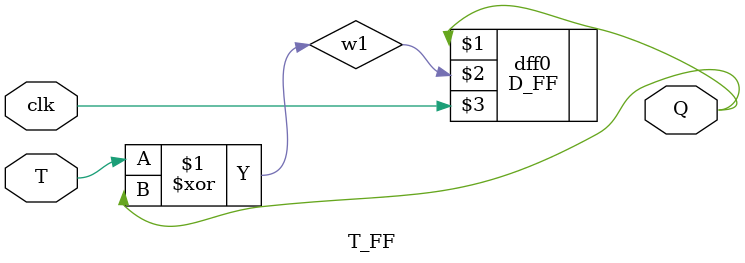
<source format=v>


module D_L(Q, Qbar, D, E);
	input D, E;
	output Q, Qbar;
	
	wire nD, w_a1, w_a2;

	not not_D(nD, D);
	and and_1(w_a1, E, nD);
	and and_2(w_a2, E, D);
	nor nor_1(Q, Qbar, w_a1);
	nor nor_2(Qbar, Q, w_a2);
	
endmodule

module D_L_clr_prs(Q, Qbar, D, E, CLR, PRS);
	input D, E, CLR, PRS;
	output Q, Qbar;
	
	wire nD, w_a1, w_a2;

	not not_D(nD, D);
	and and_1(w_a1, E, nD);
	and and_2(w_a2, E, D);
	nor nor_1(Q, Qbar, w_a1, CLR);
	nor nor_2(Qbar, Q, w_a2, PRS);
	
endmodule



module D_FF_clear(Q, D, clk, clear);
	input D, clk, clear;
	output Q;
	
	wire Qm, nclk;
	
	not not_clk(nclk, clk);
	//D_L_clr_prs(Q, Qbar, D, E, CLR, PRS);
	//D_L(Q, Qbar, D, E);
	D_L d0(.Q(Qm), .Qbar(), .D(D), .E(nclk));
	D_L_clr_prs d1(.Q(Q), .Qbar(), .D(Qm), .E(clk), .CLR(clear), .PRS());

endmodule

//module T_FF(Q, T, clk);
//	input T, clk;
//	output Q;
//	
//	wire Qnot, Tnot, a1, a2, w_into_d;
//	
//	not not_Q(Qnot, Q);
//	not not_T(Tnot, T);
//	
//	and and_1(a1, Q, Tnot);
//	and and_2(a2, Qnot, T);
//	
//	or or1(w_into_d, a1, a2);
//	
//	//D_FF(Q, D, clk);
//	
//	D_FF dff0(Q, w_into_d, clk);
//
//endmodule

module T_FF(Q, T, clk);
	input T, clk;
	output Q;
	
	wire w1;
	
	xor xor0(w1, T, Q);
	
	D_FF dff0(Q, w1, clk);

endmodule
	
	
	
	
	
	
	
	
	
	
	
	
	
	
	
	
	
	
	
	
	
	
</source>
